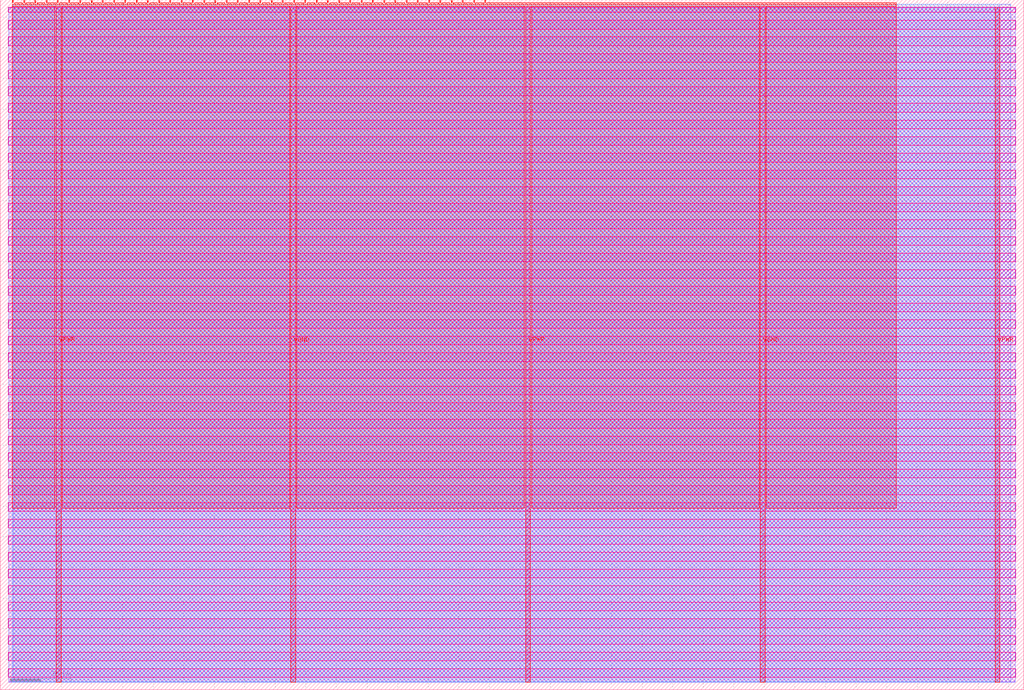
<source format=lef>
VERSION 5.7 ;
  NOWIREEXTENSIONATPIN ON ;
  DIVIDERCHAR "/" ;
  BUSBITCHARS "[]" ;
MACRO tt_um_lk_ans_top
  CLASS BLOCK ;
  FOREIGN tt_um_lk_ans_top ;
  ORIGIN 0.000 0.000 ;
  SIZE 334.880 BY 225.760 ;
  PIN VGND
    DIRECTION INOUT ;
    USE GROUND ;
    PORT
      LAYER met4 ;
        RECT 95.080 2.480 96.680 223.280 ;
    END
    PORT
      LAYER met4 ;
        RECT 248.680 2.480 250.280 223.280 ;
    END
  END VGND
  PIN VPWR
    DIRECTION INOUT ;
    USE POWER ;
    PORT
      LAYER met4 ;
        RECT 18.280 2.480 19.880 223.280 ;
    END
    PORT
      LAYER met4 ;
        RECT 171.880 2.480 173.480 223.280 ;
    END
    PORT
      LAYER met4 ;
        RECT 325.480 2.480 327.080 223.280 ;
    END
  END VPWR
  PIN clk
    DIRECTION INPUT ;
    USE SIGNAL ;
    ANTENNAGATEAREA 0.852000 ;
    PORT
      LAYER met4 ;
        RECT 154.870 224.760 155.170 225.760 ;
    END
  END clk
  PIN ena
    DIRECTION INPUT ;
    USE SIGNAL ;
    PORT
      LAYER met4 ;
        RECT 158.550 224.760 158.850 225.760 ;
    END
  END ena
  PIN rst_n
    DIRECTION INPUT ;
    USE SIGNAL ;
    ANTENNAGATEAREA 0.196500 ;
    PORT
      LAYER met4 ;
        RECT 151.190 224.760 151.490 225.760 ;
    END
  END rst_n
  PIN ui_in[0]
    DIRECTION INPUT ;
    USE SIGNAL ;
    ANTENNAGATEAREA 0.213000 ;
    PORT
      LAYER met4 ;
        RECT 147.510 224.760 147.810 225.760 ;
    END
  END ui_in[0]
  PIN ui_in[1]
    DIRECTION INPUT ;
    USE SIGNAL ;
    ANTENNAGATEAREA 0.213000 ;
    PORT
      LAYER met4 ;
        RECT 143.830 224.760 144.130 225.760 ;
    END
  END ui_in[1]
  PIN ui_in[2]
    DIRECTION INPUT ;
    USE SIGNAL ;
    ANTENNAGATEAREA 0.213000 ;
    PORT
      LAYER met4 ;
        RECT 140.150 224.760 140.450 225.760 ;
    END
  END ui_in[2]
  PIN ui_in[3]
    DIRECTION INPUT ;
    USE SIGNAL ;
    ANTENNAGATEAREA 0.213000 ;
    PORT
      LAYER met4 ;
        RECT 136.470 224.760 136.770 225.760 ;
    END
  END ui_in[3]
  PIN ui_in[4]
    DIRECTION INPUT ;
    USE SIGNAL ;
    PORT
      LAYER met4 ;
        RECT 132.790 224.760 133.090 225.760 ;
    END
  END ui_in[4]
  PIN ui_in[5]
    DIRECTION INPUT ;
    USE SIGNAL ;
    PORT
      LAYER met4 ;
        RECT 129.110 224.760 129.410 225.760 ;
    END
  END ui_in[5]
  PIN ui_in[6]
    DIRECTION INPUT ;
    USE SIGNAL ;
    PORT
      LAYER met4 ;
        RECT 125.430 224.760 125.730 225.760 ;
    END
  END ui_in[6]
  PIN ui_in[7]
    DIRECTION INPUT ;
    USE SIGNAL ;
    PORT
      LAYER met4 ;
        RECT 121.750 224.760 122.050 225.760 ;
    END
  END ui_in[7]
  PIN uio_in[0]
    DIRECTION INPUT ;
    USE SIGNAL ;
    ANTENNAGATEAREA 0.213000 ;
    PORT
      LAYER met4 ;
        RECT 118.070 224.760 118.370 225.760 ;
    END
  END uio_in[0]
  PIN uio_in[1]
    DIRECTION INPUT ;
    USE SIGNAL ;
    ANTENNAGATEAREA 0.159000 ;
    PORT
      LAYER met4 ;
        RECT 114.390 224.760 114.690 225.760 ;
    END
  END uio_in[1]
  PIN uio_in[2]
    DIRECTION INPUT ;
    USE SIGNAL ;
    ANTENNAGATEAREA 0.247500 ;
    PORT
      LAYER met4 ;
        RECT 110.710 224.760 111.010 225.760 ;
    END
  END uio_in[2]
  PIN uio_in[3]
    DIRECTION INPUT ;
    USE SIGNAL ;
    ANTENNAGATEAREA 0.159000 ;
    PORT
      LAYER met4 ;
        RECT 107.030 224.760 107.330 225.760 ;
    END
  END uio_in[3]
  PIN uio_in[4]
    DIRECTION INPUT ;
    USE SIGNAL ;
    PORT
      LAYER met4 ;
        RECT 103.350 224.760 103.650 225.760 ;
    END
  END uio_in[4]
  PIN uio_in[5]
    DIRECTION INPUT ;
    USE SIGNAL ;
    PORT
      LAYER met4 ;
        RECT 99.670 224.760 99.970 225.760 ;
    END
  END uio_in[5]
  PIN uio_in[6]
    DIRECTION INPUT ;
    USE SIGNAL ;
    PORT
      LAYER met4 ;
        RECT 95.990 224.760 96.290 225.760 ;
    END
  END uio_in[6]
  PIN uio_in[7]
    DIRECTION INPUT ;
    USE SIGNAL ;
    PORT
      LAYER met4 ;
        RECT 92.310 224.760 92.610 225.760 ;
    END
  END uio_in[7]
  PIN uio_oe[0]
    DIRECTION OUTPUT TRISTATE ;
    USE SIGNAL ;
    PORT
      LAYER met4 ;
        RECT 29.750 224.760 30.050 225.760 ;
    END
  END uio_oe[0]
  PIN uio_oe[1]
    DIRECTION OUTPUT TRISTATE ;
    USE SIGNAL ;
    PORT
      LAYER met4 ;
        RECT 26.070 224.760 26.370 225.760 ;
    END
  END uio_oe[1]
  PIN uio_oe[2]
    DIRECTION OUTPUT TRISTATE ;
    USE SIGNAL ;
    PORT
      LAYER met4 ;
        RECT 22.390 224.760 22.690 225.760 ;
    END
  END uio_oe[2]
  PIN uio_oe[3]
    DIRECTION OUTPUT TRISTATE ;
    USE SIGNAL ;
    PORT
      LAYER met4 ;
        RECT 18.710 224.760 19.010 225.760 ;
    END
  END uio_oe[3]
  PIN uio_oe[4]
    DIRECTION OUTPUT TRISTATE ;
    USE SIGNAL ;
    PORT
      LAYER met4 ;
        RECT 15.030 224.760 15.330 225.760 ;
    END
  END uio_oe[4]
  PIN uio_oe[5]
    DIRECTION OUTPUT TRISTATE ;
    USE SIGNAL ;
    PORT
      LAYER met4 ;
        RECT 11.350 224.760 11.650 225.760 ;
    END
  END uio_oe[5]
  PIN uio_oe[6]
    DIRECTION OUTPUT TRISTATE ;
    USE SIGNAL ;
    PORT
      LAYER met4 ;
        RECT 7.670 224.760 7.970 225.760 ;
    END
  END uio_oe[6]
  PIN uio_oe[7]
    DIRECTION OUTPUT TRISTATE ;
    USE SIGNAL ;
    PORT
      LAYER met4 ;
        RECT 3.990 224.760 4.290 225.760 ;
    END
  END uio_oe[7]
  PIN uio_out[0]
    DIRECTION OUTPUT TRISTATE ;
    USE SIGNAL ;
    PORT
      LAYER met4 ;
        RECT 59.190 224.760 59.490 225.760 ;
    END
  END uio_out[0]
  PIN uio_out[1]
    DIRECTION OUTPUT TRISTATE ;
    USE SIGNAL ;
    PORT
      LAYER met4 ;
        RECT 55.510 224.760 55.810 225.760 ;
    END
  END uio_out[1]
  PIN uio_out[2]
    DIRECTION OUTPUT TRISTATE ;
    USE SIGNAL ;
    PORT
      LAYER met4 ;
        RECT 51.830 224.760 52.130 225.760 ;
    END
  END uio_out[2]
  PIN uio_out[3]
    DIRECTION OUTPUT TRISTATE ;
    USE SIGNAL ;
    PORT
      LAYER met4 ;
        RECT 48.150 224.760 48.450 225.760 ;
    END
  END uio_out[3]
  PIN uio_out[4]
    DIRECTION OUTPUT TRISTATE ;
    USE SIGNAL ;
    ANTENNADIFFAREA 0.795200 ;
    PORT
      LAYER met4 ;
        RECT 44.470 224.760 44.770 225.760 ;
    END
  END uio_out[4]
  PIN uio_out[5]
    DIRECTION OUTPUT TRISTATE ;
    USE SIGNAL ;
    ANTENNADIFFAREA 0.795200 ;
    PORT
      LAYER met4 ;
        RECT 40.790 224.760 41.090 225.760 ;
    END
  END uio_out[5]
  PIN uio_out[6]
    DIRECTION OUTPUT TRISTATE ;
    USE SIGNAL ;
    PORT
      LAYER met4 ;
        RECT 37.110 224.760 37.410 225.760 ;
    END
  END uio_out[6]
  PIN uio_out[7]
    DIRECTION OUTPUT TRISTATE ;
    USE SIGNAL ;
    PORT
      LAYER met4 ;
        RECT 33.430 224.760 33.730 225.760 ;
    END
  END uio_out[7]
  PIN uo_out[0]
    DIRECTION OUTPUT TRISTATE ;
    USE SIGNAL ;
    ANTENNADIFFAREA 0.891000 ;
    PORT
      LAYER met4 ;
        RECT 88.630 224.760 88.930 225.760 ;
    END
  END uo_out[0]
  PIN uo_out[1]
    DIRECTION OUTPUT TRISTATE ;
    USE SIGNAL ;
    ANTENNADIFFAREA 0.891000 ;
    PORT
      LAYER met4 ;
        RECT 84.950 224.760 85.250 225.760 ;
    END
  END uo_out[1]
  PIN uo_out[2]
    DIRECTION OUTPUT TRISTATE ;
    USE SIGNAL ;
    ANTENNADIFFAREA 0.891000 ;
    PORT
      LAYER met4 ;
        RECT 81.270 224.760 81.570 225.760 ;
    END
  END uo_out[2]
  PIN uo_out[3]
    DIRECTION OUTPUT TRISTATE ;
    USE SIGNAL ;
    ANTENNADIFFAREA 0.891000 ;
    PORT
      LAYER met4 ;
        RECT 77.590 224.760 77.890 225.760 ;
    END
  END uo_out[3]
  PIN uo_out[4]
    DIRECTION OUTPUT TRISTATE ;
    USE SIGNAL ;
    PORT
      LAYER met4 ;
        RECT 73.910 224.760 74.210 225.760 ;
    END
  END uo_out[4]
  PIN uo_out[5]
    DIRECTION OUTPUT TRISTATE ;
    USE SIGNAL ;
    PORT
      LAYER met4 ;
        RECT 70.230 224.760 70.530 225.760 ;
    END
  END uo_out[5]
  PIN uo_out[6]
    DIRECTION OUTPUT TRISTATE ;
    USE SIGNAL ;
    PORT
      LAYER met4 ;
        RECT 66.550 224.760 66.850 225.760 ;
    END
  END uo_out[6]
  PIN uo_out[7]
    DIRECTION OUTPUT TRISTATE ;
    USE SIGNAL ;
    PORT
      LAYER met4 ;
        RECT 62.870 224.760 63.170 225.760 ;
    END
  END uo_out[7]
  OBS
      LAYER nwell ;
        RECT 2.570 221.625 332.310 223.230 ;
        RECT 2.570 216.185 332.310 219.015 ;
        RECT 2.570 210.745 332.310 213.575 ;
        RECT 2.570 205.305 332.310 208.135 ;
        RECT 2.570 199.865 332.310 202.695 ;
        RECT 2.570 194.425 332.310 197.255 ;
        RECT 2.570 188.985 332.310 191.815 ;
        RECT 2.570 183.545 332.310 186.375 ;
        RECT 2.570 178.105 332.310 180.935 ;
        RECT 2.570 172.665 332.310 175.495 ;
        RECT 2.570 167.225 332.310 170.055 ;
        RECT 2.570 161.785 332.310 164.615 ;
        RECT 2.570 156.345 332.310 159.175 ;
        RECT 2.570 150.905 332.310 153.735 ;
        RECT 2.570 145.465 332.310 148.295 ;
        RECT 2.570 140.025 332.310 142.855 ;
        RECT 2.570 134.585 332.310 137.415 ;
        RECT 2.570 129.145 332.310 131.975 ;
        RECT 2.570 123.705 332.310 126.535 ;
        RECT 2.570 118.265 332.310 121.095 ;
        RECT 2.570 112.825 332.310 115.655 ;
        RECT 2.570 107.385 332.310 110.215 ;
        RECT 2.570 101.945 332.310 104.775 ;
        RECT 2.570 96.505 332.310 99.335 ;
        RECT 2.570 91.065 332.310 93.895 ;
        RECT 2.570 85.625 332.310 88.455 ;
        RECT 2.570 80.185 332.310 83.015 ;
        RECT 2.570 74.745 332.310 77.575 ;
        RECT 2.570 69.305 332.310 72.135 ;
        RECT 2.570 63.865 332.310 66.695 ;
        RECT 2.570 58.425 332.310 61.255 ;
        RECT 2.570 52.985 332.310 55.815 ;
        RECT 2.570 47.545 332.310 50.375 ;
        RECT 2.570 42.105 332.310 44.935 ;
        RECT 2.570 36.665 332.310 39.495 ;
        RECT 2.570 31.225 332.310 34.055 ;
        RECT 2.570 25.785 332.310 28.615 ;
        RECT 2.570 20.345 332.310 23.175 ;
        RECT 2.570 14.905 332.310 17.735 ;
        RECT 2.570 9.465 332.310 12.295 ;
        RECT 2.570 4.025 332.310 6.855 ;
      LAYER li1 ;
        RECT 2.760 2.635 332.120 223.125 ;
      LAYER met1 ;
        RECT 2.760 2.480 332.120 223.280 ;
      LAYER met2 ;
        RECT 4.230 2.535 330.640 224.245 ;
      LAYER met3 ;
        RECT 3.950 2.555 327.070 224.225 ;
      LAYER met4 ;
        RECT 4.690 224.360 7.270 224.760 ;
        RECT 8.370 224.360 10.950 224.760 ;
        RECT 12.050 224.360 14.630 224.760 ;
        RECT 15.730 224.360 18.310 224.760 ;
        RECT 19.410 224.360 21.990 224.760 ;
        RECT 23.090 224.360 25.670 224.760 ;
        RECT 26.770 224.360 29.350 224.760 ;
        RECT 30.450 224.360 33.030 224.760 ;
        RECT 34.130 224.360 36.710 224.760 ;
        RECT 37.810 224.360 40.390 224.760 ;
        RECT 41.490 224.360 44.070 224.760 ;
        RECT 45.170 224.360 47.750 224.760 ;
        RECT 48.850 224.360 51.430 224.760 ;
        RECT 52.530 224.360 55.110 224.760 ;
        RECT 56.210 224.360 58.790 224.760 ;
        RECT 59.890 224.360 62.470 224.760 ;
        RECT 63.570 224.360 66.150 224.760 ;
        RECT 67.250 224.360 69.830 224.760 ;
        RECT 70.930 224.360 73.510 224.760 ;
        RECT 74.610 224.360 77.190 224.760 ;
        RECT 78.290 224.360 80.870 224.760 ;
        RECT 81.970 224.360 84.550 224.760 ;
        RECT 85.650 224.360 88.230 224.760 ;
        RECT 89.330 224.360 91.910 224.760 ;
        RECT 93.010 224.360 95.590 224.760 ;
        RECT 96.690 224.360 99.270 224.760 ;
        RECT 100.370 224.360 102.950 224.760 ;
        RECT 104.050 224.360 106.630 224.760 ;
        RECT 107.730 224.360 110.310 224.760 ;
        RECT 111.410 224.360 113.990 224.760 ;
        RECT 115.090 224.360 117.670 224.760 ;
        RECT 118.770 224.360 121.350 224.760 ;
        RECT 122.450 224.360 125.030 224.760 ;
        RECT 126.130 224.360 128.710 224.760 ;
        RECT 129.810 224.360 132.390 224.760 ;
        RECT 133.490 224.360 136.070 224.760 ;
        RECT 137.170 224.360 139.750 224.760 ;
        RECT 140.850 224.360 143.430 224.760 ;
        RECT 144.530 224.360 147.110 224.760 ;
        RECT 148.210 224.360 150.790 224.760 ;
        RECT 151.890 224.360 154.470 224.760 ;
        RECT 155.570 224.360 158.150 224.760 ;
        RECT 159.250 224.360 293.185 224.760 ;
        RECT 3.975 223.680 293.185 224.360 ;
        RECT 3.975 59.335 17.880 223.680 ;
        RECT 20.280 59.335 94.680 223.680 ;
        RECT 97.080 59.335 171.480 223.680 ;
        RECT 173.880 59.335 248.280 223.680 ;
        RECT 250.680 59.335 293.185 223.680 ;
  END
END tt_um_lk_ans_top
END LIBRARY


</source>
